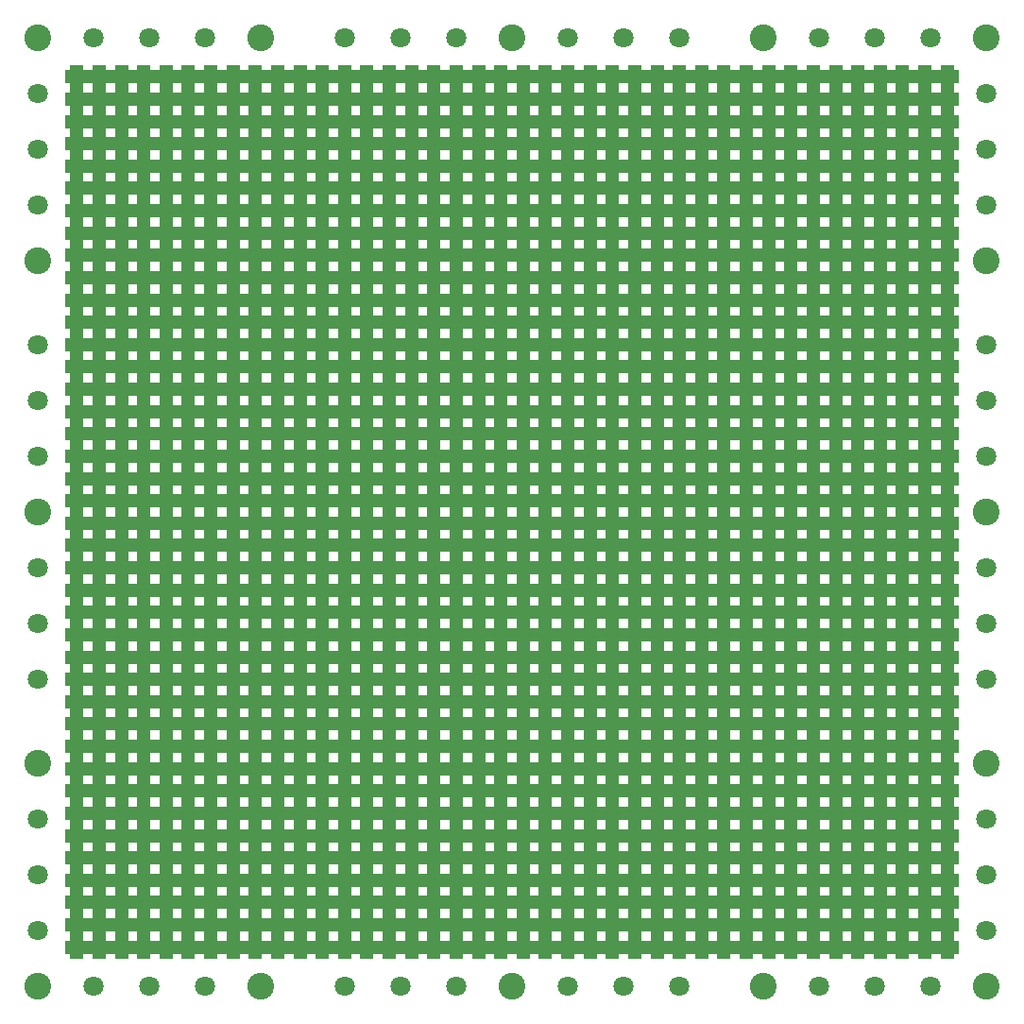
<source format=gts>
G75*
G70*
%OFA0B0*%
%FSLAX24Y24*%
%IPPOS*%
%LPD*%
%AMOC8*
5,1,8,0,0,1.08239X$1,22.5*
%
%ADD10C,0.0946*%
%ADD11C,0.0710*%
%ADD12R,3.1576X0.0474*%
%ADD13R,0.0474X3.1576*%
D10*
X001164Y001164D03*
X001164Y009038D03*
X009038Y001164D03*
X017897Y001164D03*
X026755Y001164D03*
X034629Y001164D03*
X034629Y009038D03*
X034629Y017897D03*
X034629Y026755D03*
X034629Y034629D03*
X026755Y034629D03*
X017897Y034629D03*
X009038Y034629D03*
X001164Y034629D03*
X001164Y026755D03*
X001164Y017897D03*
D11*
X001164Y019865D03*
X001164Y021834D03*
X001164Y023802D03*
X001164Y028723D03*
X001164Y030692D03*
X001164Y032660D03*
X003133Y034629D03*
X005101Y034629D03*
X007070Y034629D03*
X011991Y034629D03*
X013960Y034629D03*
X015928Y034629D03*
X019865Y034629D03*
X021834Y034629D03*
X023802Y034629D03*
X028723Y034629D03*
X030692Y034629D03*
X032660Y034629D03*
X034629Y032660D03*
X034629Y030692D03*
X034629Y028723D03*
X034629Y023802D03*
X034629Y021834D03*
X034629Y019865D03*
X034629Y015928D03*
X034629Y013960D03*
X034629Y011991D03*
X034629Y007070D03*
X034629Y005101D03*
X034629Y003133D03*
X032660Y001164D03*
X030692Y001164D03*
X028723Y001164D03*
X023802Y001164D03*
X021834Y001164D03*
X019865Y001164D03*
X015928Y001164D03*
X013960Y001164D03*
X011991Y001164D03*
X007070Y001164D03*
X005101Y001164D03*
X003133Y001164D03*
X001164Y003133D03*
X001164Y005101D03*
X001164Y007070D03*
X001164Y011991D03*
X001164Y013960D03*
X001164Y015928D03*
D12*
X017897Y015928D03*
X017897Y015141D03*
X017897Y014353D03*
X017897Y013566D03*
X017897Y012778D03*
X017897Y011991D03*
X017897Y011204D03*
X017897Y010416D03*
X017897Y009629D03*
X017897Y008841D03*
X017897Y008054D03*
X017897Y007267D03*
X017897Y006479D03*
X017897Y005692D03*
X017897Y004904D03*
X017897Y004117D03*
X017897Y003330D03*
X017897Y002542D03*
X017897Y016715D03*
X017897Y017503D03*
X017897Y018290D03*
X017897Y019078D03*
X017897Y019865D03*
X017897Y020652D03*
X017897Y021440D03*
X017897Y022227D03*
X017897Y023015D03*
X017897Y023802D03*
X017897Y024589D03*
X017897Y025377D03*
X017897Y026164D03*
X017897Y026952D03*
X017897Y027739D03*
X017897Y028526D03*
X017897Y029314D03*
X017897Y030101D03*
X017897Y030889D03*
X017897Y031676D03*
X017897Y032463D03*
X017897Y033251D03*
D13*
X018290Y017897D03*
X019078Y017897D03*
X019865Y017897D03*
X020652Y017897D03*
X021440Y017897D03*
X022227Y017897D03*
X023015Y017897D03*
X023802Y017897D03*
X024589Y017897D03*
X025377Y017897D03*
X026164Y017897D03*
X026952Y017897D03*
X027739Y017897D03*
X028526Y017897D03*
X029314Y017897D03*
X030101Y017897D03*
X030889Y017897D03*
X031676Y017897D03*
X032463Y017897D03*
X033251Y017897D03*
X017503Y017897D03*
X016715Y017897D03*
X015928Y017897D03*
X015141Y017897D03*
X014353Y017897D03*
X013566Y017897D03*
X012778Y017897D03*
X011991Y017897D03*
X011204Y017897D03*
X010416Y017897D03*
X009629Y017897D03*
X008841Y017897D03*
X008054Y017897D03*
X007267Y017897D03*
X006479Y017897D03*
X005692Y017897D03*
X004904Y017897D03*
X004117Y017897D03*
X003330Y017897D03*
X002542Y017897D03*
M02*

</source>
